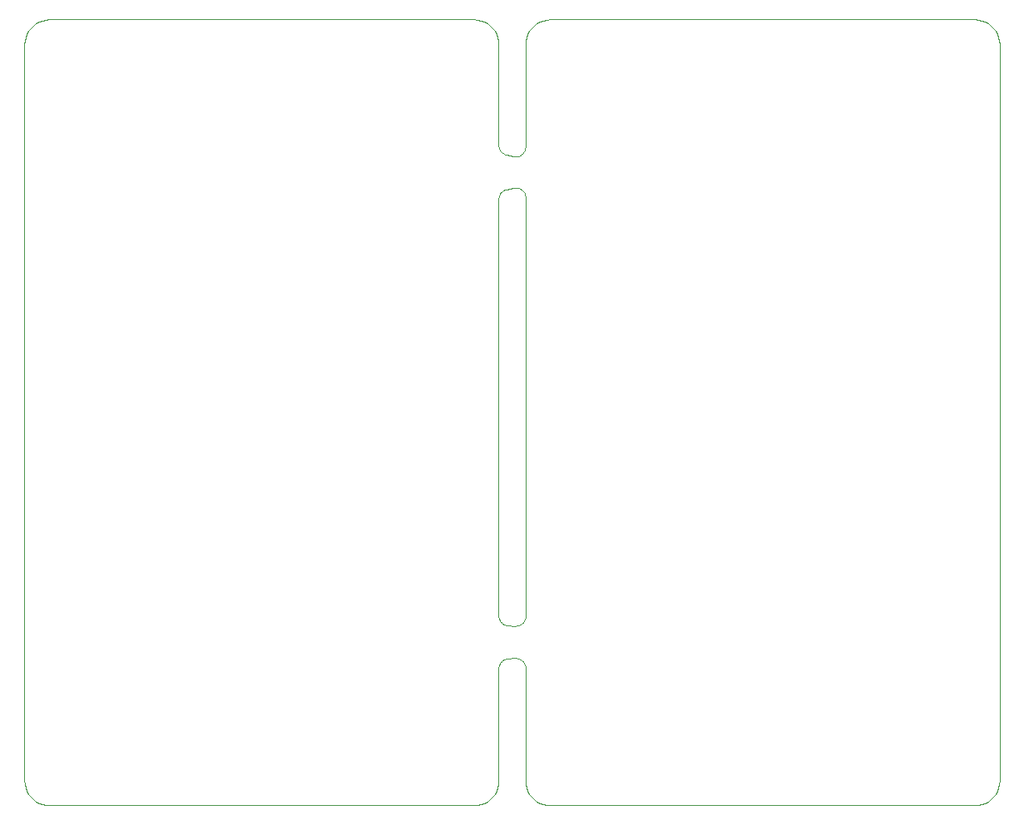
<source format=gko>
%MOIN*%
%OFA0B0*%
%FSLAX44Y44*%
%IPPOS*%
%LPD*%
%ADD10C,0*%
D10*
X00019206Y00038186D02*
X00019206Y00038186D01*
X00019196Y00038328D01*
X00019165Y00038468D01*
X00019115Y00038602D01*
X00019047Y00038727D01*
X00018961Y00038841D01*
X00018861Y00038942D01*
X00018746Y00039027D01*
X00018621Y00039096D01*
X00018487Y00039146D01*
X00018348Y00039176D01*
X00018206Y00039186D01*
X00001206Y00039186D01*
X00001063Y00039176D01*
X00000924Y00039146D01*
X00000790Y00039096D01*
X00000665Y00039027D01*
X00000551Y00038942D01*
X00000450Y00038841D01*
X00000364Y00038727D01*
X00000296Y00038602D01*
X00000246Y00038468D01*
X00000216Y00038328D01*
X00000206Y00038186D01*
X00000206Y00008686D01*
X00000216Y00008544D01*
X00000246Y00008404D01*
X00000296Y00008271D01*
X00000364Y00008146D01*
X00000450Y00008031D01*
X00000551Y00007930D01*
X00000665Y00007845D01*
X00000790Y00007777D01*
X00000924Y00007727D01*
X00001063Y00007696D01*
X00001206Y00007686D01*
X00018206Y00007686D01*
X00018348Y00007696D01*
X00018487Y00007727D01*
X00018621Y00007777D01*
X00018746Y00007845D01*
X00018861Y00007930D01*
X00018961Y00008031D01*
X00019047Y00008146D01*
X00019115Y00008271D01*
X00019165Y00008404D01*
X00019196Y00008544D01*
X00019206Y00008686D01*
X00019206Y00013173D01*
X00019207Y00013203D01*
X00019210Y00013232D01*
X00019216Y00013262D01*
X00019224Y00013290D01*
X00019234Y00013318D01*
X00019246Y00013346D01*
X00019260Y00013372D01*
X00019276Y00013397D01*
X00019293Y00013421D01*
X00019313Y00013443D01*
X00019334Y00013464D01*
X00019357Y00013483D01*
X00019381Y00013501D01*
X00019407Y00013516D01*
X00019433Y00013530D01*
X00019460Y00013541D01*
X00019489Y00013551D01*
X00019517Y00013558D01*
X00019547Y00013563D01*
X00019576Y00013566D01*
X00019868Y00013583D01*
X00019900Y00013584D01*
X00019932Y00013582D01*
X00019964Y00013577D01*
X00019995Y00013570D01*
X00020025Y00013560D01*
X00020055Y00013548D01*
X00020084Y00013533D01*
X00020111Y00013517D01*
X00020137Y00013498D01*
X00020161Y00013477D01*
X00020183Y00013454D01*
X00020204Y00013429D01*
X00020222Y00013403D01*
X00020238Y00013375D01*
X00020252Y00013346D01*
X00020264Y00013316D01*
X00020273Y00013285D01*
X00020279Y00013254D01*
X00020283Y00013222D01*
X00020285Y00013190D01*
X00020285Y00008686D01*
X00020295Y00008544D01*
X00020325Y00008404D01*
X00020375Y00008271D01*
X00020443Y00008146D01*
X00020529Y00008031D01*
X00020630Y00007930D01*
X00020744Y00007845D01*
X00020869Y00007777D01*
X00021003Y00007727D01*
X00021142Y00007696D01*
X00021285Y00007686D01*
X00038285Y00007686D01*
X00038427Y00007696D01*
X00038566Y00007727D01*
X00038700Y00007777D01*
X00038825Y00007845D01*
X00038939Y00007930D01*
X00039040Y00008031D01*
X00039126Y00008146D01*
X00039194Y00008271D01*
X00039244Y00008404D01*
X00039274Y00008544D01*
X00039285Y00008686D01*
X00039285Y00038186D01*
X00039274Y00038328D01*
X00039244Y00038468D01*
X00039194Y00038602D01*
X00039126Y00038727D01*
X00039040Y00038841D01*
X00038939Y00038942D01*
X00038825Y00039027D01*
X00038700Y00039096D01*
X00038566Y00039146D01*
X00038427Y00039176D01*
X00038285Y00039186D01*
X00021285Y00039186D01*
X00021142Y00039176D01*
X00021003Y00039146D01*
X00020869Y00039096D01*
X00020744Y00039027D01*
X00020630Y00038942D01*
X00020529Y00038841D01*
X00020443Y00038727D01*
X00020375Y00038602D01*
X00020325Y00038468D01*
X00020295Y00038328D01*
X00020285Y00038186D01*
X00020285Y00034088D01*
X00020283Y00034053D01*
X00020278Y00034018D01*
X00020271Y00033984D01*
X00020260Y00033950D01*
X00020246Y00033918D01*
X00020230Y00033887D01*
X00020210Y00033858D01*
X00020189Y00033830D01*
X00020165Y00033805D01*
X00020138Y00033782D01*
X00020110Y00033761D01*
X00020080Y00033743D01*
X00020049Y00033727D01*
X00020016Y00033714D01*
X00019982Y00033705D01*
X00019948Y00033698D01*
X00019913Y00033695D01*
X00019878Y00033694D01*
X00019843Y00033697D01*
X00019808Y00033703D01*
X00019517Y00033765D01*
X00019491Y00033772D01*
X00019466Y00033780D01*
X00019441Y00033790D01*
X00019417Y00033801D01*
X00019393Y00033815D01*
X00019371Y00033829D01*
X00019350Y00033846D01*
X00019330Y00033863D01*
X00019311Y00033882D01*
X00019293Y00033903D01*
X00019277Y00033924D01*
X00019263Y00033946D01*
X00019250Y00033970D01*
X00019238Y00033994D01*
X00019228Y00034019D01*
X00019220Y00034044D01*
X00019214Y00034070D01*
X00019209Y00034097D01*
X00019207Y00034123D01*
X00019206Y00034150D01*
X00019206Y00038186D01*
X00019206Y00031991D02*
X00019206Y00031991D01*
X00019207Y00032017D01*
X00019209Y00032044D01*
X00019214Y00032070D01*
X00019220Y00032096D01*
X00019228Y00032122D01*
X00019238Y00032147D01*
X00019250Y00032171D01*
X00019263Y00032194D01*
X00019277Y00032217D01*
X00019293Y00032238D01*
X00019311Y00032258D01*
X00019330Y00032277D01*
X00019350Y00032295D01*
X00019371Y00032311D01*
X00019393Y00032326D01*
X00019417Y00032339D01*
X00019441Y00032351D01*
X00019466Y00032361D01*
X00019491Y00032369D01*
X00019517Y00032376D01*
X00019808Y00032438D01*
X00019843Y00032444D01*
X00019878Y00032447D01*
X00019913Y00032446D01*
X00019948Y00032443D01*
X00019982Y00032436D01*
X00020016Y00032426D01*
X00020049Y00032414D01*
X00020080Y00032398D01*
X00020110Y00032380D01*
X00020138Y00032359D01*
X00020165Y00032336D01*
X00020189Y00032310D01*
X00020210Y00032283D01*
X00020230Y00032254D01*
X00020246Y00032223D01*
X00020260Y00032190D01*
X00020271Y00032157D01*
X00020278Y00032123D01*
X00020283Y00032088D01*
X00020285Y00032053D01*
X00020285Y00015274D01*
X00020283Y00015242D01*
X00020279Y00015210D01*
X00020273Y00015179D01*
X00020264Y00015148D01*
X00020252Y00015118D01*
X00020238Y00015089D01*
X00020222Y00015062D01*
X00020204Y00015035D01*
X00020183Y00015011D01*
X00020161Y00014988D01*
X00020137Y00014967D01*
X00020111Y00014948D01*
X00020084Y00014931D01*
X00020055Y00014916D01*
X00020025Y00014904D01*
X00019995Y00014894D01*
X00019964Y00014887D01*
X00019932Y00014883D01*
X00019900Y00014881D01*
X00019868Y00014881D01*
X00019576Y00014898D01*
X00019547Y00014901D01*
X00019517Y00014906D01*
X00019489Y00014914D01*
X00019460Y00014923D01*
X00019433Y00014935D01*
X00019407Y00014948D01*
X00019381Y00014964D01*
X00019357Y00014981D01*
X00019334Y00015000D01*
X00019313Y00015021D01*
X00019293Y00015044D01*
X00019276Y00015067D01*
X00019260Y00015093D01*
X00019246Y00015119D01*
X00019234Y00015146D01*
X00019224Y00015174D01*
X00019216Y00015203D01*
X00019210Y00015232D01*
X00019207Y00015262D01*
X00019206Y00015291D01*
X00019206Y00031991D01*
M02*
</source>
